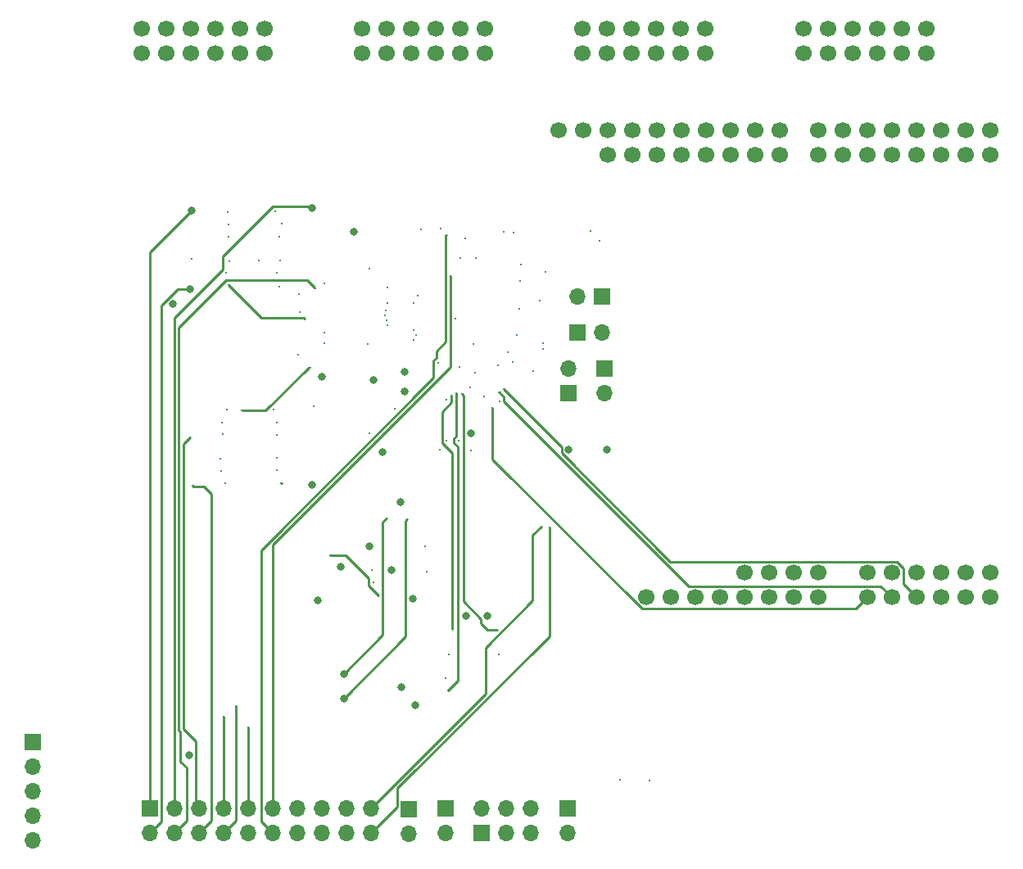
<source format=gbr>
%TF.GenerationSoftware,KiCad,Pcbnew,(6.0.7)*%
%TF.CreationDate,2023-05-13T08:51:53+05:30*%
%TF.ProjectId,DSP_board,4453505f-626f-4617-9264-2e6b69636164,rev?*%
%TF.SameCoordinates,Original*%
%TF.FileFunction,Copper,L2,Inr*%
%TF.FilePolarity,Positive*%
%FSLAX46Y46*%
G04 Gerber Fmt 4.6, Leading zero omitted, Abs format (unit mm)*
G04 Created by KiCad (PCBNEW (6.0.7)) date 2023-05-13 08:51:53*
%MOMM*%
%LPD*%
G01*
G04 APERTURE LIST*
%TA.AperFunction,ComponentPad*%
%ADD10R,1.700000X1.700000*%
%TD*%
%TA.AperFunction,ComponentPad*%
%ADD11O,1.700000X1.700000*%
%TD*%
%TA.AperFunction,ComponentPad*%
%ADD12C,1.700000*%
%TD*%
%TA.AperFunction,ViaPad*%
%ADD13C,0.300000*%
%TD*%
%TA.AperFunction,ViaPad*%
%ADD14C,0.800000*%
%TD*%
%TA.AperFunction,Conductor*%
%ADD15C,0.250000*%
%TD*%
G04 APERTURE END LIST*
D10*
%TO.N,Igrid3*%
%TO.C,JVSI1*%
X100120000Y-140610000D03*
D11*
%TO.N,Vgrid3*%
X100120000Y-143150000D03*
%TO.N,Igrid2*%
X102660000Y-140610000D03*
%TO.N,Vgrid2*%
X102660000Y-143150000D03*
%TO.N,Igrid1*%
X105200000Y-140610000D03*
%TO.N,Vgrid1*%
X105200000Y-143150000D03*
%TO.N,OCD_grid1*%
X107740000Y-140610000D03*
%TO.N,OCD_grd2*%
X107740000Y-143150000D03*
%TO.N,OCD_grid3*%
X110280000Y-140610000D03*
%TO.N,ctrl_gnd*%
X110280000Y-143150000D03*
%TO.N,vsi_ready*%
X112820000Y-140610000D03*
%TO.N,vsi_fault*%
X112820000Y-143150000D03*
%TO.N,VSI32*%
X115360000Y-140610000D03*
%TO.N,VSI31*%
X115360000Y-143150000D03*
%TO.N,VSI22*%
X117900000Y-140610000D03*
%TO.N,VSI21*%
X117900000Y-143150000D03*
%TO.N,VSI12*%
X120440000Y-140610000D03*
%TO.N,VSI11*%
X120440000Y-143150000D03*
%TO.N,SCL*%
X122980000Y-140610000D03*
%TO.N,SDA*%
X122980000Y-143150000D03*
%TD*%
D10*
%TO.N,Net-(IC5-Pad41)*%
%TO.C,J1*%
X147130000Y-95130000D03*
D11*
%TO.N,Net-(J1-Pad2)*%
X147130000Y-97670000D03*
%TD*%
D10*
%TO.N,Net-(IC5-Pad49)*%
%TO.C,J3*%
X144305000Y-91440000D03*
D11*
%TO.N,Net-(J3-Pad2)*%
X146845000Y-91440000D03*
%TD*%
D10*
%TO.N,Analog_in1*%
%TO.C,J9*%
X88005000Y-133720000D03*
D11*
%TO.N,Analog_in2*%
X88005000Y-136260000D03*
%TO.N,Analog_in3*%
X88005000Y-138800000D03*
%TO.N,Analog_in4*%
X88005000Y-141340000D03*
%TO.N,Analog_in5*%
X88005000Y-143880000D03*
%TD*%
D10*
%TO.N,Net-(J2-Pad1)*%
%TO.C,J2*%
X143380000Y-97705000D03*
D11*
%TO.N,Net-(IC5-Pad41)*%
X143380000Y-95165000D03*
%TD*%
D12*
%TO.N,unconnected-(B1-Pad1)*%
%TO.C,B1*%
X151465000Y-118800000D03*
%TO.N,unconnected-(B1-Pad2)*%
X154005000Y-118800000D03*
%TO.N,unconnected-(B1-Pad3)*%
X156545000Y-118800000D03*
%TO.N,FPGA_3v3*%
X159085000Y-118800000D03*
%TO.N,unconnected-(B1-Pad5)*%
X161625000Y-118800000D03*
%TO.N,ctrl_gnd*%
X164165000Y-118800000D03*
X166705000Y-118800000D03*
%TO.N,ctrl_15*%
X169245000Y-118800000D03*
%TO.N,unconnected-(B1-Pad10)*%
X161625000Y-116260000D03*
%TO.N,unconnected-(B1-Pad11)*%
X164165000Y-116260000D03*
%TO.N,unconnected-(B1-Pad12)*%
X166705000Y-116260000D03*
%TO.N,unconnected-(B1-Pad13)*%
X169245000Y-116260000D03*
%TO.N,OCD_grid1*%
X174325000Y-118800000D03*
%TO.N,OCD_grd2*%
X176865000Y-118800000D03*
%TO.N,OCD_grid3*%
X179405000Y-118800000D03*
%TO.N,unconnected-(B1-Pad17)*%
X181945000Y-118800000D03*
%TO.N,unconnected-(B1-Pad18)*%
X184485000Y-118800000D03*
%TO.N,unconnected-(B1-Pad19)*%
X187025000Y-118800000D03*
%TO.N,unconnected-(B1-Pad20)*%
X174325000Y-116260000D03*
%TO.N,unconnected-(B1-Pad21)*%
X176865000Y-116260000D03*
%TO.N,unconnected-(B1-Pad22)*%
X179405000Y-116260000D03*
%TO.N,unconnected-(B1-Pad23)*%
X181945000Y-116260000D03*
%TO.N,unconnected-(B1-Pad24)*%
X184485000Y-116260000D03*
%TO.N,unconnected-(B1-Pad25)*%
X187025000Y-116260000D03*
%TO.N,batt_ready*%
X147435000Y-73060000D03*
%TO.N,batt_fault*%
X149975000Y-73060000D03*
%TO.N,DAB2_PWM22*%
X152515000Y-73060000D03*
%TO.N,DAB2_PWM21*%
X155055000Y-73060000D03*
%TO.N,DAB2_PWM12*%
X157595000Y-73060000D03*
%TO.N,DAB2_PWM11*%
X160135000Y-73060000D03*
%TO.N,DAB1PWM22*%
X162675000Y-73060000D03*
%TO.N,DAB1PWM21*%
X165215000Y-73060000D03*
%TO.N,DAB1PWM12*%
X169245000Y-73060000D03*
%TO.N,DAB1PWM11*%
X171785000Y-73060000D03*
%TO.N,VSI32*%
X174325000Y-73060000D03*
%TO.N,VSI31*%
X176865000Y-73060000D03*
%TO.N,VSI22*%
X179405000Y-73060000D03*
%TO.N,VSI21*%
X181945000Y-73060000D03*
%TO.N,VSI12*%
X184485000Y-73060000D03*
%TO.N,VSI11*%
X187025000Y-73080000D03*
%TO.N,SCL*%
X142355000Y-70520000D03*
%TO.N,SDA*%
X144895000Y-70520000D03*
%TO.N,unconnected-(B1-Pad44)*%
X147435000Y-70520000D03*
%TO.N,unconnected-(B1-Pad45)*%
X149975000Y-70520000D03*
%TO.N,vsi_ready*%
X152515000Y-70520000D03*
%TO.N,vsi_fault*%
X155055000Y-70520000D03*
%TO.N,OCD_leakage*%
X157595000Y-70520000D03*
%TO.N,dc_fault*%
X160135000Y-70520000D03*
%TO.N,dc_ready*%
X162675000Y-70520000D03*
%TO.N,/controller_sheet/en_dab*%
X165215000Y-70520000D03*
%TO.N,/controller_sheet/en_vsi*%
X169245000Y-70520000D03*
%TO.N,/controller_sheet/pwm_dabb2*%
X171785000Y-70520000D03*
%TO.N,/controller_sheet/pwm_daba2*%
X174325000Y-70520000D03*
%TO.N,/controller_sheet/pwmVSI3*%
X176865000Y-70520000D03*
%TO.N,/controller_sheet/pwmVSI2*%
X179405000Y-70520000D03*
%TO.N,/controller_sheet/pwmVSI1*%
X181945000Y-70520000D03*
%TO.N,/controller_sheet/pwm_dabb1*%
X184485000Y-70520000D03*
%TO.N,/controller_sheet/pwm_daba1*%
X187025000Y-70540000D03*
%TO.N,unconnected-(B1-Pad60)*%
X99275000Y-62580000D03*
%TO.N,unconnected-(B1-Pad61)*%
X101815000Y-62580000D03*
%TO.N,unconnected-(B1-Pad62)*%
X104355000Y-62580000D03*
%TO.N,unconnected-(B1-Pad63)*%
X106895000Y-62580000D03*
%TO.N,unconnected-(B1-Pad64)*%
X109435000Y-62580000D03*
%TO.N,unconnected-(B1-Pad65)*%
X111975000Y-62580000D03*
%TO.N,unconnected-(B1-Pad66)*%
X99275000Y-60040000D03*
%TO.N,unconnected-(B1-Pad67)*%
X101815000Y-60040000D03*
%TO.N,unconnected-(B1-Pad68)*%
X104355000Y-60040000D03*
%TO.N,unconnected-(B1-Pad69)*%
X106895000Y-60040000D03*
%TO.N,unconnected-(B1-Pad70)*%
X109435000Y-60040000D03*
%TO.N,unconnected-(B1-Pad71)*%
X111975000Y-60040000D03*
%TO.N,unconnected-(B1-Pad72)*%
X122075000Y-62580000D03*
%TO.N,unconnected-(B1-Pad73)*%
X124615000Y-62580000D03*
%TO.N,unconnected-(B1-Pad74)*%
X127155000Y-62580000D03*
%TO.N,unconnected-(B1-Pad75)*%
X129695000Y-62580000D03*
%TO.N,unconnected-(B1-Pad76)*%
X132235000Y-62580000D03*
%TO.N,unconnected-(B1-Pad77)*%
X134775000Y-62580000D03*
%TO.N,unconnected-(B1-Pad78)*%
X122075000Y-60040000D03*
%TO.N,unconnected-(B1-Pad79)*%
X124615000Y-60040000D03*
%TO.N,unconnected-(B1-Pad80)*%
X127155000Y-60040000D03*
%TO.N,unconnected-(B1-Pad81)*%
X129695000Y-60040000D03*
%TO.N,unconnected-(B1-Pad82)*%
X132235000Y-60040000D03*
%TO.N,unconnected-(B1-Pad83)*%
X134775000Y-60040000D03*
%TO.N,unconnected-(B1-Pad84)*%
X144875000Y-62580000D03*
%TO.N,unconnected-(B1-Pad85)*%
X147415000Y-62580000D03*
%TO.N,unconnected-(B1-Pad86)*%
X149955000Y-62580000D03*
%TO.N,unconnected-(B1-Pad87)*%
X152495000Y-62580000D03*
%TO.N,unconnected-(B1-Pad88)*%
X155035000Y-62580000D03*
%TO.N,unconnected-(B1-Pad89)*%
X157575000Y-62580000D03*
%TO.N,unconnected-(B1-Pad90)*%
X144875000Y-60040000D03*
%TO.N,unconnected-(B1-Pad91)*%
X147415000Y-60040000D03*
%TO.N,unconnected-(B1-Pad92)*%
X149955000Y-60040000D03*
%TO.N,unconnected-(B1-Pad93)*%
X152495000Y-60040000D03*
%TO.N,unconnected-(B1-Pad94)*%
X155035000Y-60040000D03*
%TO.N,unconnected-(B1-Pad95)*%
X157575000Y-60040000D03*
%TO.N,unconnected-(B1-Pad96)*%
X167675000Y-62580000D03*
%TO.N,unconnected-(B1-Pad97)*%
X170215000Y-62580000D03*
%TO.N,unconnected-(B1-Pad98)*%
X172755000Y-62580000D03*
%TO.N,unconnected-(B1-Pad99)*%
X175295000Y-62580000D03*
%TO.N,unconnected-(B1-Pad100)*%
X177835000Y-62580000D03*
%TO.N,unconnected-(B1-Pad101)*%
X180375000Y-62580000D03*
%TO.N,unconnected-(B1-Pad102)*%
X167675000Y-60040000D03*
%TO.N,unconnected-(B1-Pad103)*%
X170215000Y-60040000D03*
%TO.N,unconnected-(B1-Pad104)*%
X172755000Y-60040000D03*
%TO.N,unconnected-(B1-Pad105)*%
X175295000Y-60040000D03*
%TO.N,unconnected-(B1-Pad106)*%
X177835000Y-60040000D03*
%TO.N,unconnected-(B1-Pad107)*%
X180375000Y-60040000D03*
%TD*%
D10*
%TO.N,V_dc_link*%
%TO.C,J8*%
X126905000Y-140670000D03*
D11*
%TO.N,curr_leakeage_i*%
X126905000Y-143210000D03*
%TD*%
D10*
%TO.N,Net-(J4-Pad1)*%
%TO.C,J4*%
X146855000Y-87690000D03*
D11*
%TO.N,Net-(IC5-Pad49)*%
X144315000Y-87690000D03*
%TD*%
D10*
%TO.N,Net-(J5-Pad1)*%
%TO.C,J6*%
X143350000Y-140600000D03*
D11*
%TO.N,ctrl_3v3*%
X143350000Y-143140000D03*
%TD*%
D10*
%TO.N,ctrl_15*%
%TO.C,J_power1*%
X134445000Y-143135000D03*
D11*
%TO.N,ctrl_-15*%
X134445000Y-140595000D03*
%TO.N,ctrl_3v3*%
X136985000Y-143135000D03*
%TO.N,ctrl_gnd*%
X136985000Y-140595000D03*
%TO.N,24_gnd*%
X139525000Y-143135000D03*
%TO.N,V_12*%
X139525000Y-140595000D03*
%TD*%
D10*
%TO.N,batt_v*%
%TO.C,J10*%
X130665000Y-140620000D03*
D11*
%TO.N,batt_curr_0*%
X130665000Y-143160000D03*
%TD*%
D13*
%TO.N,ctrl_3v3*%
X125420000Y-99300000D03*
%TO.N,OCD_grid3*%
X110320000Y-132220000D03*
%TO.N,OCD_grd2*%
X109000000Y-130030000D03*
%TO.N,OCD_grid1*%
X107730000Y-131110000D03*
%TO.N,OCD_grid3*%
X136740000Y-97290000D03*
%TO.N,OCD_grd2*%
X136240000Y-97580000D03*
%TO.N,OCD_grid1*%
X135524500Y-99220000D03*
D14*
%TO.N,ctrl_3v3*%
X121190000Y-81030000D03*
D13*
%TO.N,ctrl_gnd*%
X124710552Y-88335174D03*
X132117135Y-95010498D03*
X122830000Y-84840000D03*
D14*
X126460000Y-97550000D03*
D13*
X133790000Y-83740000D03*
D14*
X143410000Y-103520000D03*
X133310000Y-101858750D03*
D13*
X138390000Y-86100000D03*
D14*
%TO.N,ctrl_-15*%
X102480000Y-88480000D03*
X104170000Y-135130000D03*
%TO.N,ctrl_3v3*%
X147340000Y-103530000D03*
D13*
X130140000Y-103550000D03*
D14*
X126120000Y-128090000D03*
X123250000Y-96320000D03*
X117949268Y-95986904D03*
D13*
X133296250Y-103592500D03*
D14*
X126080000Y-108930000D03*
D13*
%TO.N,/controller_sheet/en_dab*%
X145720000Y-80950000D03*
%TO.N,Vgrid1*%
X104520000Y-107240000D03*
D14*
%TO.N,Vgrid3*%
X104250000Y-86900000D03*
D13*
%TO.N,Vgrid2*%
X117250000Y-86810000D03*
D14*
%TO.N,Igrid3*%
X104420000Y-78790000D03*
%TO.N,Igrid2*%
X116910000Y-78510000D03*
D13*
%TO.N,Igrid1*%
X104300000Y-102280000D03*
D14*
%TO.N,batt_curr_0*%
X119820000Y-115600000D03*
%TO.N,batt_v*%
X127310000Y-118960000D03*
X117480000Y-119110000D03*
D13*
%TO.N,curr_leakeage_i*%
X117030000Y-99020000D03*
D14*
%TO.N,V_dc_link*%
X116900000Y-107180000D03*
D13*
%TO.N,/controller_sheet/en_vsi*%
X146620000Y-81950000D03*
%TO.N,Net-(C3-Pad1)*%
X104432327Y-83820000D03*
X108308000Y-84030000D03*
%TO.N,Net-(C9-Pad1)*%
X113528000Y-81500000D03*
%TO.N,Net-(C10-Pad1)*%
X130670000Y-127160000D03*
%TO.N,Net-(C8-Pad1)*%
X131020000Y-124650000D03*
%TO.N,/controller_sheet/pwmVSI3*%
X138520000Y-84390000D03*
%TO.N,/controller_sheet/pwmVSI2*%
X137719502Y-81120000D03*
%TO.N,/controller_sheet/pwmVSI1*%
X136710000Y-81010000D03*
%TO.N,batt_curr_sense*%
X118720000Y-114430000D03*
X123720000Y-118600000D03*
%TO.N,/controller_sheet/pwm_daba1*%
X128190000Y-80730000D03*
%TO.N,Igrid3_sense*%
X124589875Y-90113884D03*
X115623169Y-89261014D03*
X108188000Y-78940000D03*
%TO.N,Igrid2_sense*%
X124535500Y-89120000D03*
X113068000Y-78850000D03*
X118130000Y-86340000D03*
%TO.N,Igrid1_sense*%
X118130000Y-91400000D03*
X127410000Y-91120000D03*
X108064500Y-99340000D03*
%TO.N,Net-(C13-Pad2)*%
X107480000Y-105730000D03*
%TO.N,Vgrid1_sense*%
X127640000Y-91650000D03*
X118140000Y-92510000D03*
X107954500Y-107000000D03*
%TO.N,Vgrid2_sense*%
X124390000Y-89610000D03*
X113488000Y-86650000D03*
X115530000Y-87470000D03*
%TO.N,Vgrid3_sense*%
X124725500Y-90620000D03*
X116130000Y-90010000D03*
X108238000Y-86480000D03*
%TO.N,I_leackage*%
X127360000Y-92150000D03*
X112900000Y-99360000D03*
X115442638Y-93662012D03*
%TO.N,Vdc_link*%
X113694500Y-107020000D03*
X122630000Y-92560000D03*
D14*
%TO.N,Net-(C19-Pad1)*%
X126420000Y-95440000D03*
D13*
%TO.N,/controller_sheet/pwm_daba2*%
X140990000Y-85150000D03*
%TO.N,/controller_sheet/pwm_dabb2*%
X136080000Y-94800000D03*
%TO.N,/controller_sheet/pwm_dabb1*%
X130210000Y-80690000D03*
%TO.N,VDD*%
X132700000Y-81680000D03*
X140450000Y-88109500D03*
X127357812Y-88368858D03*
X133245500Y-97100000D03*
%TO.N,VDDA*%
X130800000Y-98340000D03*
X130820000Y-102602500D03*
X129927439Y-94535082D03*
%TO.N,VDDIO*%
X127780000Y-87600000D03*
X132030000Y-102582500D03*
X132200000Y-83680000D03*
X133719502Y-95519500D03*
X138330000Y-88950000D03*
X124670500Y-86790000D03*
%TO.N,SCITX*%
X136250000Y-98494500D03*
X131704500Y-89980000D03*
%TO.N,SCiRX*%
X134710000Y-98030000D03*
X133570000Y-92580000D03*
%TO.N,TDO*%
X138080000Y-91660000D03*
X139720000Y-95390000D03*
%TO.N,TMS*%
X151760000Y-137700000D03*
%TO.N,Net-(J5-Pad1)*%
X148720000Y-137680000D03*
%TO.N,Net-(C23-Pad1)*%
X136240000Y-124660000D03*
%TO.N,SCL*%
X140790000Y-92480000D03*
X140580000Y-111450000D03*
%TO.N,SDA*%
X141440000Y-111560000D03*
X140770000Y-93080000D03*
%TO.N,vsi_ready*%
X131230000Y-85580000D03*
%TO.N,vsi_fault*%
X130745500Y-81320000D03*
%TO.N,Net-(C4-Pad1)*%
X128780000Y-116110000D03*
%TO.N,offset_v*%
X109622500Y-99477500D03*
X122790000Y-101850000D03*
D14*
X125082500Y-115987500D03*
D13*
X116750000Y-95040000D03*
X111420000Y-83930000D03*
D14*
X124170000Y-103750000D03*
D13*
%TO.N,batt_fault*%
X137110500Y-93480500D03*
%TO.N,batt_ready*%
X137650000Y-94490000D03*
%TO.N,ADC5*%
X136022038Y-122114152D03*
X132350000Y-97750000D03*
%TO.N,ADC4*%
X130950000Y-128410000D03*
X131789023Y-97654000D03*
%TO.N,ADC3*%
X131370000Y-122080000D03*
X131294500Y-97940000D03*
%TO.N,Analog_in1*%
X124608000Y-110610000D03*
D14*
X120180000Y-126700000D03*
D13*
%TO.N,Analog_in2*%
X126695500Y-110750000D03*
D14*
X120180000Y-129240000D03*
%TO.N,Analog_in3*%
X132810000Y-120710000D03*
%TO.N,Analog_in4*%
X127530000Y-129940000D03*
%TO.N,Analog_in5*%
X135000000Y-120710000D03*
D13*
%TO.N,Net-(C28-Pad2)*%
X123210000Y-117270000D03*
%TO.N,Net-(C1-Pad1)*%
X108218000Y-81530000D03*
%TO.N,Net-(C2-Pad1)*%
X123110000Y-115990000D03*
%TO.N,Net-(C5-Pad1)*%
X107440000Y-104430000D03*
%TO.N,Net-(C6-Pad1)*%
X107670000Y-101920000D03*
%TO.N,Net-(C7-Pad1)*%
X113598000Y-84000000D03*
%TO.N,Net-(C11-Pad2)*%
X107998000Y-85250000D03*
%TO.N,Net-(C12-Pad2)*%
X108278000Y-80210000D03*
%TO.N,Net-(C14-Pad2)*%
X107590000Y-100720000D03*
%TO.N,Net-(C15-Pad1)*%
X113258000Y-85200000D03*
%TO.N,Net-(C20-Pad1)*%
X113220000Y-105610000D03*
%TO.N,Net-(C21-Pad2)*%
X113748000Y-80140000D03*
%TO.N,Net-(C22-Pad2)*%
X113240000Y-100700000D03*
%TO.N,Net-(C24-Pad1)*%
X113250000Y-104400000D03*
%TO.N,Net-(C25-Pad1)*%
X113250000Y-101970000D03*
D14*
%TO.N,Net-(C26-Pad1)*%
X122854375Y-113515625D03*
D13*
%TO.N,Net-(C30-Pad1)*%
X128600000Y-113510000D03*
%TD*%
D15*
%TO.N,vsi_fault*%
X111645000Y-141975000D02*
X112820000Y-143150000D01*
X129740000Y-94022485D02*
X129432439Y-94330046D01*
X129740000Y-93360000D02*
X129740000Y-94022485D01*
X111645000Y-113898638D02*
X111645000Y-141975000D01*
X130730000Y-92370000D02*
X129740000Y-93360000D01*
X130730000Y-81335500D02*
X130730000Y-92370000D01*
X129432439Y-96111199D02*
X111645000Y-113898638D01*
X129432439Y-94330046D02*
X129432439Y-96111199D01*
X130745500Y-81320000D02*
X130730000Y-81335500D01*
%TO.N,vsi_ready*%
X131230000Y-89754464D02*
X131230000Y-85580000D01*
X131209500Y-89774964D02*
X131230000Y-89754464D01*
X131209500Y-90185036D02*
X131209500Y-89774964D01*
X131230000Y-94950034D02*
X131230000Y-90205536D01*
X130500034Y-95680000D02*
X131230000Y-94950034D01*
X130490000Y-95680000D02*
X130500034Y-95680000D01*
X131230000Y-90205536D02*
X131209500Y-90185036D01*
X130225498Y-95944502D02*
X130490000Y-95680000D01*
X130225498Y-95954536D02*
X130225498Y-95944502D01*
X112820000Y-113360034D02*
X130225498Y-95954536D01*
%TO.N,vsi_fault*%
X130745500Y-81320000D02*
X130720000Y-81345500D01*
%TO.N,OCD_grid3*%
X110280000Y-132260000D02*
X110280000Y-140610000D01*
X110320000Y-132220000D02*
X110280000Y-132260000D01*
%TO.N,OCD_grd2*%
X109000722Y-133550722D02*
X109000722Y-141889278D01*
X109000722Y-141889278D02*
X107740000Y-143150000D01*
X109000000Y-133550000D02*
X109000722Y-133550722D01*
X109000000Y-130030000D02*
X109000000Y-133550000D01*
%TO.N,OCD_grid1*%
X107740000Y-131120000D02*
X107740000Y-140610000D01*
X107730000Y-131110000D02*
X107740000Y-131120000D01*
%TO.N,OCD_grid3*%
X142685000Y-103245000D02*
X136730000Y-97290000D01*
%TO.N,OCD_grd2*%
X155805000Y-117625000D02*
X136745000Y-98565000D01*
%TO.N,OCD_grid1*%
X135524500Y-104521201D02*
X150978299Y-119975000D01*
%TO.N,OCD_grid3*%
X142685000Y-103868604D02*
X153901396Y-115085000D01*
X153901396Y-115085000D02*
X177351701Y-115085000D01*
%TO.N,OCD_grd2*%
X175690000Y-117625000D02*
X155805000Y-117625000D01*
%TO.N,OCD_grid3*%
X142685000Y-103245000D02*
X142685000Y-103868604D01*
%TO.N,Vgrid1*%
X105680000Y-107300000D02*
X104580000Y-107300000D01*
X104580000Y-107300000D02*
X104520000Y-107240000D01*
X106474278Y-108094278D02*
X105680000Y-107300000D01*
X105200000Y-143150000D02*
X106474278Y-141875722D01*
X106474278Y-141875722D02*
X106474278Y-108094278D01*
%TO.N,Vgrid3*%
X101295000Y-141975000D02*
X101295000Y-88639695D01*
X100120000Y-143150000D02*
X101295000Y-141975000D01*
X103034695Y-86900000D02*
X104250000Y-86900000D01*
X101295000Y-88639695D02*
X103034695Y-86900000D01*
%TO.N,Vgrid2*%
X108032964Y-85985000D02*
X116385000Y-85985000D01*
X103300000Y-132700000D02*
X103110000Y-132510000D01*
X103110000Y-132510000D02*
X103110000Y-90907964D01*
X103934278Y-136391027D02*
X103300000Y-135756749D01*
X103934278Y-141875722D02*
X103934278Y-136391027D01*
X103110000Y-90907964D02*
X108032964Y-85985000D01*
X116385000Y-85985000D02*
X117190000Y-86790000D01*
X103300000Y-135756749D02*
X103300000Y-132700000D01*
X102660000Y-143150000D02*
X103934278Y-141875722D01*
%TO.N,Igrid3*%
X100120000Y-140610000D02*
X100120000Y-83090000D01*
X100120000Y-83090000D02*
X104420000Y-78790000D01*
%TO.N,Igrid2*%
X116755000Y-78355000D02*
X116910000Y-78510000D01*
X102660000Y-140610000D02*
X102660000Y-89887964D01*
X107660000Y-84887964D02*
X107660000Y-83557964D01*
X112862964Y-78355000D02*
X116755000Y-78355000D01*
X102660000Y-89887964D02*
X107660000Y-84887964D01*
X107660000Y-83557964D02*
X112862964Y-78355000D01*
%TO.N,Igrid1*%
X103630000Y-102950000D02*
X104300000Y-102280000D01*
X105200000Y-140610000D02*
X104895000Y-140305000D01*
X103630000Y-132393604D02*
X103630000Y-102950000D01*
X104895000Y-140305000D02*
X104895000Y-133658604D01*
X104895000Y-133658604D02*
X103630000Y-132393604D01*
%TO.N,batt_curr_sense*%
X122715000Y-117595000D02*
X122715000Y-116795000D01*
X122715000Y-116795000D02*
X120329500Y-114409500D01*
X120329500Y-114409500D02*
X118720000Y-114409500D01*
X123720000Y-118600000D02*
X122715000Y-117595000D01*
%TO.N,Vgrid3_sense*%
X111658000Y-89900000D02*
X116020000Y-89900000D01*
X108238000Y-86480000D02*
X111658000Y-89900000D01*
X116020000Y-89900000D02*
X116130000Y-90010000D01*
%TO.N,Vdc_link*%
X113745000Y-106969500D02*
X113694500Y-107020000D01*
%TO.N,SCL*%
X139710000Y-112320000D02*
X140580000Y-111450000D01*
X134847756Y-128742244D02*
X134847756Y-123988470D01*
X139710000Y-119126226D02*
X139710000Y-112320000D01*
X134847756Y-123988470D02*
X139710000Y-119126226D01*
X122980000Y-140610000D02*
X134847756Y-128742244D01*
%TO.N,SDA*%
X125730000Y-140400000D02*
X125730000Y-138496396D01*
X125730000Y-138496396D02*
X141440000Y-122786396D01*
X141440000Y-122786396D02*
X141440000Y-111560000D01*
X122980000Y-143150000D02*
X125730000Y-140400000D01*
%TO.N,OCD_grid1*%
X135524500Y-99220000D02*
X135524500Y-104521201D01*
X150978299Y-119975000D02*
X173150000Y-119975000D01*
X173150000Y-119975000D02*
X174325000Y-118800000D01*
%TO.N,OCD_grd2*%
X176865000Y-118800000D02*
X175690000Y-117625000D01*
X136745000Y-98565000D02*
X136745000Y-98075000D01*
X136745000Y-98075000D02*
X136260000Y-97590000D01*
%TO.N,OCD_grid3*%
X178040000Y-117435000D02*
X179405000Y-118800000D01*
X177351701Y-115085000D02*
X178040000Y-115773299D01*
X178040000Y-115773299D02*
X178040000Y-117435000D01*
%TO.N,vsi_ready*%
X112820000Y-140610000D02*
X112820000Y-113360034D01*
X112820000Y-113360034D02*
X112905017Y-113275017D01*
%TO.N,offset_v*%
X116519964Y-95040000D02*
X112069964Y-99490000D01*
X112069964Y-99490000D02*
X109660000Y-99490000D01*
%TO.N,ADC5*%
X134350000Y-121050000D02*
X132525000Y-119225000D01*
X136022038Y-122114152D02*
X135034152Y-122114152D01*
X132525000Y-119225000D02*
X132525000Y-97925000D01*
X132525000Y-97925000D02*
X132350000Y-97750000D01*
X135034152Y-122114152D02*
X134350000Y-121430000D01*
X134350000Y-121430000D02*
X134350000Y-121050000D01*
%TO.N,ADC4*%
X131990000Y-103242536D02*
X131990000Y-127370000D01*
X131535000Y-102787536D02*
X131990000Y-103242536D01*
X131990000Y-127370000D02*
X130950000Y-128410000D01*
X131790000Y-102122464D02*
X131535000Y-102377464D01*
X131789023Y-97654000D02*
X131790000Y-97654977D01*
X131535000Y-102377464D02*
X131535000Y-102787536D01*
X131790000Y-97654977D02*
X131790000Y-102122464D01*
%TO.N,ADC3*%
X131360000Y-103842536D02*
X131360000Y-122070000D01*
X131300000Y-97945500D02*
X131300000Y-98640000D01*
X130325000Y-102807536D02*
X131360000Y-103842536D01*
X130325000Y-99615000D02*
X130325000Y-102807536D01*
X131300000Y-98640000D02*
X130325000Y-99615000D01*
X131294500Y-97940000D02*
X131300000Y-97945500D01*
%TO.N,Analog_in1*%
X124215000Y-122665000D02*
X124215000Y-111003000D01*
X124215000Y-111003000D02*
X124608000Y-110610000D01*
X120180000Y-126700000D02*
X124215000Y-122665000D01*
%TO.N,Analog_in2*%
X126695500Y-110750000D02*
X126554500Y-110891000D01*
X126554500Y-122865500D02*
X120180000Y-129240000D01*
X126554500Y-110891000D02*
X126554500Y-122865500D01*
%TD*%
M02*

</source>
